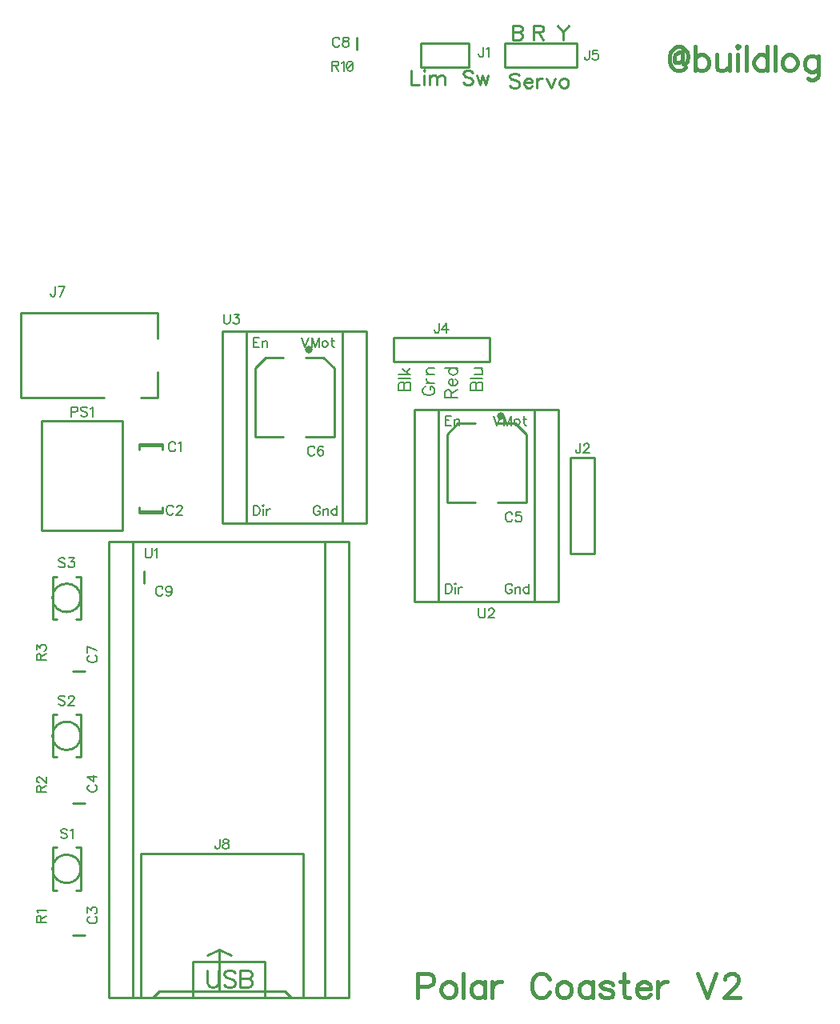
<source format=gbr>
G04 DipTrace 3.3.0.0*
G04 TopSilk.gbr*
%MOIN*%
G04 #@! TF.FileFunction,Legend,Top*
G04 #@! TF.Part,Single*
%ADD10C,0.009843*%
%ADD21C,0.031482*%
%ADD100C,0.006176*%
%ADD101C,0.015439*%
%ADD102C,0.009264*%
%ADD104C,0.00772*%
%ADD106C,0.010807*%
%FSLAX26Y26*%
G04*
G70*
G90*
G75*
G01*
G04 TopSilk*
%LPD*%
X844799Y2743228D2*
D10*
X943232D1*
X844799Y2750677D2*
X943232D1*
X844799D2*
Y2727118D1*
X943232Y2750677D2*
Y2727118D1*
Y2469803D2*
X844799D1*
X943232Y2462354D2*
X844799D1*
X943232D2*
Y2485913D1*
X844799Y2462354D2*
Y2485913D1*
X619587Y702656D2*
X568445D1*
X619587Y1252656D2*
X568445D1*
X2459016Y2790153D2*
Y2504909D1*
X2414136Y2835079D2*
X2459016Y2790153D1*
X2129016D2*
Y2504909D1*
X2173896Y2835079D2*
X2129016Y2790153D1*
X2341272Y2835079D2*
X2414136D1*
X2173896D2*
X2246760D1*
X2341272Y2504909D2*
X2459016D1*
X2129016D2*
X2246760D1*
D21*
X2353053Y2866849D3*
X1659016Y3065153D2*
D10*
Y2779909D1*
X1614136Y3110079D2*
X1659016Y3065153D1*
X1329016D2*
Y2779909D1*
X1373896Y3110079D2*
X1329016Y3065153D1*
X1541272Y3110079D2*
X1614136D1*
X1373896D2*
X1446760D1*
X1541272Y2779909D2*
X1659016D1*
X1329016D2*
X1446760D1*
D21*
X1553053Y3141849D3*
X619587Y1802853D2*
D10*
X568445D1*
X1752853Y4393445D2*
Y4444587D1*
X2219016Y4319016D2*
Y4419016D1*
X2019016Y4319016D2*
X2219016D1*
X2019016D2*
Y4419016D1*
X2219016D1*
X2644016Y2294016D2*
X2744016D1*
X2644016Y2694016D2*
Y2294016D1*
X2744016Y2694016D2*
Y2294016D1*
X2644016Y2694016D2*
X2744016D1*
X2306516Y3094016D2*
Y3194016D1*
X1906516Y3094016D2*
X2306516D1*
X1906516Y3194016D2*
X2306516D1*
X1906516Y3094016D2*
Y3194016D1*
X2668997Y4319011D2*
X2369035D1*
Y4419016D1*
X2668997D1*
Y4319011D1*
X699112Y2941831D2*
X354646D1*
Y3296173D1*
X358581D1*
X354646D2*
X921580D1*
Y3189878D1*
Y3048165D2*
Y2941831D1*
X852652D1*
X904269Y444606D2*
X929244Y469626D1*
X854252Y444606D2*
X1529252D1*
Y1044606D1*
X854252D1*
Y444606D1*
X929244Y469626D2*
X1454259D1*
X1479234Y444606D1*
X1179264Y469626D2*
Y644586D1*
X1129247Y619626D1*
X1179264Y644586D2*
X1229282Y619626D1*
X774921Y2845394D2*
X440276D1*
Y2388701D1*
X774921D1*
Y2845394D1*
X583382Y1068033D2*
X603071D1*
Y890864D1*
X583382D1*
X504650Y1068033D2*
X484961D1*
Y890864D1*
X504650D1*
X484961Y979449D2*
G02X484961Y979449I59055J0D01*
G01*
X583382Y1622167D2*
X603071D1*
Y1444998D1*
X583382D1*
X504650Y1622167D2*
X484961D1*
Y1444998D1*
X504650D1*
X484961Y1533583D2*
G02X484961Y1533583I59055J0D01*
G01*
X583382Y2197167D2*
X603071D1*
Y2019998D1*
X583382D1*
X504650Y2197167D2*
X484961D1*
Y2019998D1*
X504650D1*
X484961Y2108583D2*
G02X484961Y2108583I59055J0D01*
G01*
X719016Y2344016D2*
X1718988D1*
Y444016D1*
X719016D1*
Y2344016D1*
X819024D2*
Y444016D1*
X1618980Y2344016D2*
Y444016D1*
X1069044Y593926D2*
X1369068D1*
Y444016D1*
X1069044D1*
Y593926D1*
X1994016Y2894016D2*
X2094036D1*
Y2094016D1*
X1994016D1*
Y2894016D1*
X2493996D2*
X2594016D1*
Y2094016D1*
X2493996D1*
Y2894016D1*
X2094036D2*
X2493996D1*
Y2094016D1*
X2094036D1*
Y2894016D1*
X1194016Y3219016D2*
X1294036D1*
Y2419016D1*
X1194016D1*
Y3219016D1*
X1693996D2*
X1794016D1*
Y2419016D1*
X1693996D1*
Y3219016D1*
X1294036D2*
X1693996D1*
Y2419016D1*
X1294036D1*
Y3219016D1*
X865156Y2168445D2*
Y2219587D1*
X997391Y2749540D2*
D100*
X995489Y2753342D1*
X991643Y2757189D1*
X987840Y2759090D1*
X980191D1*
X976344Y2757189D1*
X972541Y2753342D1*
X970596Y2749540D1*
X968695Y2743792D1*
Y2734197D1*
X970596Y2728493D1*
X972541Y2724646D1*
X976344Y2720844D1*
X980191Y2718898D1*
X987840D1*
X991643Y2720844D1*
X995489Y2724646D1*
X997391Y2728493D1*
X1009742Y2751397D2*
X1013589Y2753342D1*
X1019337Y2759046D1*
Y2718898D1*
X988791Y2484776D2*
X986889Y2488578D1*
X983043Y2492425D1*
X979240Y2494326D1*
X971591D1*
X967744Y2492425D1*
X963942Y2488578D1*
X961996Y2484776D1*
X960095Y2479028D1*
Y2469433D1*
X961996Y2463729D1*
X963942Y2459883D1*
X967744Y2456080D1*
X971591Y2454134D1*
X979240D1*
X983043Y2456080D1*
X986889Y2459883D1*
X988791Y2463729D1*
X1003088Y2484732D2*
Y2486633D1*
X1004989Y2490480D1*
X1006890Y2492381D1*
X1010737Y2494282D1*
X1018386D1*
X1022189Y2492381D1*
X1024090Y2490480D1*
X1026035Y2486633D1*
Y2482830D1*
X1024090Y2478984D1*
X1020287Y2473280D1*
X1001142Y2454134D1*
X1027937D1*
X640460Y780808D2*
X636658Y778907D1*
X632811Y775060D1*
X630910Y771257D1*
Y763608D1*
X632811Y759761D1*
X636658Y755959D1*
X640460Y754013D1*
X646208Y752112D1*
X655803D1*
X661507Y754013D1*
X665354Y755959D1*
X669156Y759761D1*
X671102Y763608D1*
Y771257D1*
X669156Y775060D1*
X665354Y778907D1*
X661507Y780808D1*
X630954Y797006D2*
Y818008D1*
X646253Y806557D1*
Y812305D1*
X648154Y816107D1*
X650055Y818008D1*
X655803Y819954D1*
X659606D1*
X665354Y818008D1*
X669200Y814206D1*
X671102Y808458D1*
Y802710D1*
X669201Y797006D1*
X667255Y795105D1*
X663452Y793159D1*
X640460Y1329857D2*
X636658Y1327956D1*
X632811Y1324109D1*
X630910Y1320307D1*
Y1312657D1*
X632811Y1308811D1*
X636658Y1305008D1*
X640460Y1303063D1*
X646208Y1301161D1*
X655803D1*
X661507Y1303063D1*
X665354Y1305008D1*
X669156Y1308811D1*
X671102Y1312657D1*
Y1320307D1*
X669156Y1324109D1*
X665354Y1327956D1*
X661507Y1329857D1*
X671102Y1361354D2*
X630954D1*
X657704Y1342209D1*
Y1370904D1*
X2401291Y2456626D2*
X2399389Y2460429D1*
X2395543Y2464276D1*
X2391740Y2466177D1*
X2384091D1*
X2380244Y2464276D1*
X2376442Y2460429D1*
X2374496Y2456626D1*
X2372595Y2450878D1*
Y2441283D1*
X2374496Y2435580D1*
X2376442Y2431733D1*
X2380244Y2427930D1*
X2384091Y2425985D1*
X2391740D1*
X2395543Y2427930D1*
X2399389Y2431733D1*
X2401291Y2435580D1*
X2436590Y2466133D2*
X2417489D1*
X2415588Y2448933D1*
X2417489Y2450834D1*
X2423237Y2452780D1*
X2428941D1*
X2434689Y2450834D1*
X2438535Y2447032D1*
X2440437Y2441283D1*
Y2437481D1*
X2438535Y2431733D1*
X2434689Y2427886D1*
X2428941Y2425985D1*
X2423237D1*
X2417489Y2427886D1*
X2415588Y2429832D1*
X2413642Y2433634D1*
X1577263Y2731626D2*
X1575362Y2735429D1*
X1571515Y2739276D1*
X1567713Y2741177D1*
X1560064D1*
X1556217Y2739276D1*
X1552414Y2735429D1*
X1550469Y2731626D1*
X1548567Y2725878D1*
Y2716283D1*
X1550469Y2710580D1*
X1552414Y2706733D1*
X1556217Y2702930D1*
X1560064Y2700985D1*
X1567713D1*
X1571515Y2702930D1*
X1575362Y2706733D1*
X1577263Y2710580D1*
X1612563Y2735429D2*
X1610661Y2739231D1*
X1604913Y2741133D1*
X1601111D1*
X1595363Y2739231D1*
X1591516Y2733483D1*
X1589615Y2723933D1*
Y2714382D1*
X1591516Y2706733D1*
X1595363Y2702886D1*
X1601111Y2700985D1*
X1603012D1*
X1608716Y2702886D1*
X1612563Y2706733D1*
X1614464Y2712481D1*
Y2714382D1*
X1612563Y2720130D1*
X1608716Y2723933D1*
X1603012Y2725834D1*
X1601111D1*
X1595363Y2723933D1*
X1591516Y2720130D1*
X1589615Y2714382D1*
X640460Y1868505D2*
X636658Y1866603D1*
X632811Y1862757D1*
X630910Y1858954D1*
Y1851305D1*
X632811Y1847458D1*
X636658Y1843656D1*
X640460Y1841710D1*
X646208Y1839809D1*
X655803D1*
X661507Y1841710D1*
X665354Y1843656D1*
X669156Y1847458D1*
X671102Y1851305D1*
Y1858954D1*
X669156Y1862757D1*
X665354Y1866603D1*
X661507Y1868505D1*
X671102Y1888505D2*
X630954Y1907651D1*
Y1880856D1*
X1681027Y4435071D2*
X1679125Y4438874D1*
X1675279Y4442720D1*
X1671476Y4444622D1*
X1663827D1*
X1659980Y4442720D1*
X1656178Y4438874D1*
X1654232Y4435071D1*
X1652331Y4429323D1*
Y4419728D1*
X1654232Y4414025D1*
X1656178Y4410178D1*
X1659980Y4406375D1*
X1663827Y4404430D1*
X1671476D1*
X1675279Y4406375D1*
X1679125Y4410178D1*
X1681027Y4414025D1*
X1702929Y4444578D2*
X1697225Y4442676D1*
X1695279Y4438874D1*
Y4435027D1*
X1697225Y4431224D1*
X1701027Y4429279D1*
X1708677Y4427378D1*
X1714425Y4425476D1*
X1718227Y4421630D1*
X1720129Y4417827D1*
Y4412079D1*
X1718227Y4408277D1*
X1716326Y4406331D1*
X1710578Y4404430D1*
X1702929D1*
X1697225Y4406331D1*
X1695279Y4408277D1*
X1693378Y4412079D1*
Y4417827D1*
X1695279Y4421630D1*
X1699126Y4425476D1*
X1704830Y4427378D1*
X1712479Y4429279D1*
X1716326Y4431224D1*
X1718227Y4435027D1*
Y4438874D1*
X1716326Y4442676D1*
X1710578Y4444578D1*
X1702929D1*
X2280115Y4402594D2*
Y4371997D1*
X2278214Y4366249D1*
X2276269Y4364348D1*
X2272466Y4362402D1*
X2268619D1*
X2264817Y4364348D1*
X2262915Y4366249D1*
X2260970Y4371997D1*
Y4375800D1*
X2292467Y4394901D2*
X2296313Y4396846D1*
X2302062Y4402550D1*
Y4362402D1*
X2684015Y2752594D2*
Y2721997D1*
X2682114Y2716249D1*
X2680169Y2714348D1*
X2676366Y2712402D1*
X2672519D1*
X2668717Y2714348D1*
X2666816Y2716249D1*
X2664870Y2721997D1*
Y2725800D1*
X2698312Y2742999D2*
Y2744901D1*
X2700214Y2748747D1*
X2702115Y2750649D1*
X2705962Y2752550D1*
X2713611D1*
X2717413Y2750649D1*
X2719315Y2748747D1*
X2721260Y2744901D1*
Y2741098D1*
X2719315Y2737251D1*
X2715512Y2731548D1*
X2696367Y2712402D1*
X2723161D1*
X2095565Y3252594D2*
Y3221997D1*
X2093663Y3216249D1*
X2091718Y3214348D1*
X2087915Y3212402D1*
X2084069D1*
X2080266Y3214348D1*
X2078365Y3216249D1*
X2076419Y3221997D1*
Y3225800D1*
X2127062Y3212402D2*
Y3252550D1*
X2107916Y3225800D1*
X2136612D1*
X2721515Y4390094D2*
Y4359497D1*
X2719614Y4353749D1*
X2717669Y4351848D1*
X2713866Y4349902D1*
X2710019D1*
X2706217Y4351848D1*
X2704316Y4353749D1*
X2702370Y4359497D1*
Y4363300D1*
X2756815Y4390050D2*
X2737714D1*
X2735812Y4372850D1*
X2737714Y4374751D1*
X2743462Y4376697D1*
X2749165D1*
X2754913Y4374751D1*
X2758760Y4370949D1*
X2760661Y4365201D1*
Y4361398D1*
X2758760Y4355650D1*
X2754913Y4351803D1*
X2749165Y4349902D1*
X2743462D1*
X2737714Y4351803D1*
X2735812Y4353749D1*
X2733867Y4357552D1*
X496515Y3404752D2*
Y3374154D1*
X494614Y3368406D1*
X492669Y3366505D1*
X488866Y3364560D1*
X485019D1*
X481217Y3366505D1*
X479316Y3368406D1*
X477370Y3374154D1*
Y3377957D1*
X516516Y3364560D2*
X535661Y3404707D1*
X508867D1*
X1181774Y1103185D2*
Y1072588D1*
X1179872Y1066840D1*
X1177927Y1064938D1*
X1174124Y1062993D1*
X1170278D1*
X1166475Y1064938D1*
X1164574Y1066840D1*
X1162628Y1072588D1*
Y1076390D1*
X1203676Y1103141D2*
X1197972Y1101239D1*
X1196026Y1097437D1*
Y1093590D1*
X1197972Y1089787D1*
X1201774Y1087842D1*
X1209424Y1085941D1*
X1215172Y1084039D1*
X1218974Y1080193D1*
X1220876Y1076390D1*
Y1070642D1*
X1218974Y1066840D1*
X1217073Y1064894D1*
X1211325Y1062993D1*
X1203676D1*
X1197972Y1064894D1*
X1196026Y1066840D1*
X1194125Y1070642D1*
Y1076390D1*
X1196026Y1080193D1*
X1199873Y1084039D1*
X1205577Y1085941D1*
X1213226Y1087842D1*
X1217073Y1089787D1*
X1218974Y1093590D1*
Y1097437D1*
X1217073Y1101239D1*
X1211325Y1103141D1*
X1203676D1*
X563655Y2882926D2*
X580899D1*
X586603Y2884827D1*
X588548Y2886772D1*
X590450Y2890575D1*
Y2896323D1*
X588548Y2900125D1*
X586603Y2902071D1*
X580899Y2903972D1*
X563655D1*
Y2863780D1*
X629596Y2898224D2*
X625793Y2902071D1*
X620045Y2903972D1*
X612396D1*
X606648Y2902071D1*
X602801Y2898224D1*
Y2894422D1*
X604747Y2890575D1*
X606648Y2888674D1*
X610450Y2886772D1*
X621946Y2882926D1*
X625793Y2881024D1*
X627694Y2879079D1*
X629596Y2875276D1*
Y2869528D1*
X625793Y2865726D1*
X620045Y2863780D1*
X612396D1*
X606648Y2865726D1*
X602801Y2869528D1*
X641947Y2896279D2*
X645794Y2898224D1*
X651542Y2903928D1*
Y2863780D1*
X437555Y757244D2*
Y774444D1*
X435610Y780192D1*
X433708Y782137D1*
X429906Y784039D1*
X426059D1*
X422257Y782137D1*
X420311Y780192D1*
X418410Y774444D1*
Y757244D1*
X458602D1*
X437555Y770641D2*
X458602Y784038D1*
X426103Y796390D2*
X424158Y800237D1*
X418454Y805985D1*
X458602D1*
X437555Y1298644D2*
Y1315844D1*
X435610Y1321592D1*
X433708Y1323537D1*
X429906Y1325439D1*
X426059D1*
X422257Y1323537D1*
X420311Y1321592D1*
X418410Y1315844D1*
Y1298644D1*
X458602D1*
X437555Y1312041D2*
X458602Y1325439D1*
X428005Y1339735D2*
X426103D1*
X422257Y1341637D1*
X420355Y1343538D1*
X418454Y1347385D1*
Y1355034D1*
X420355Y1358837D1*
X422257Y1360738D1*
X426103Y1362683D1*
X429906D1*
X433753Y1360738D1*
X439456Y1356935D1*
X458602Y1337790D1*
Y1364585D1*
X437555Y1848447D2*
Y1865647D1*
X435610Y1871395D1*
X433708Y1873340D1*
X429906Y1875242D1*
X426059D1*
X422257Y1873340D1*
X420311Y1871395D1*
X418410Y1865647D1*
Y1848447D1*
X458602D1*
X437555Y1861844D2*
X458602Y1875242D1*
X418454Y1891440D2*
Y1912442D1*
X433753Y1900990D1*
Y1906738D1*
X435654Y1910541D1*
X437555Y1912442D1*
X443303Y1914388D1*
X447106D1*
X452854Y1912442D1*
X456700Y1908640D1*
X458602Y1902892D1*
Y1897144D1*
X456701Y1891440D1*
X454755Y1889539D1*
X450952Y1887593D1*
X1649974Y4325476D2*
X1667174D1*
X1672922Y4327422D1*
X1674867Y4329323D1*
X1676769Y4333126D1*
Y4336972D1*
X1674867Y4340775D1*
X1672922Y4342720D1*
X1667174Y4344622D1*
X1649974D1*
Y4304430D1*
X1663371Y4325476D2*
X1676769Y4304430D1*
X1689120Y4336928D2*
X1692967Y4338874D1*
X1698715Y4344578D1*
Y4304430D1*
X1722562Y4344578D2*
X1716814Y4342676D1*
X1712967Y4336928D1*
X1711066Y4327378D1*
Y4321630D1*
X1712967Y4312079D1*
X1716814Y4306331D1*
X1722562Y4304430D1*
X1726365D1*
X1732113Y4306331D1*
X1735915Y4312079D1*
X1737861Y4321630D1*
Y4327378D1*
X1735915Y4336928D1*
X1732113Y4342676D1*
X1726365Y4344578D1*
X1722562D1*
X1735915Y4336928D2*
X1712967Y4312079D1*
X546440Y1140547D2*
X542637Y1144394D1*
X536889Y1146295D1*
X529240D1*
X523492Y1144394D1*
X519645Y1140547D1*
Y1136744D1*
X521591Y1132898D1*
X523492Y1130996D1*
X527295Y1129095D1*
X538791Y1125248D1*
X542637Y1123347D1*
X544539Y1121402D1*
X546440Y1117599D1*
Y1111851D1*
X542637Y1108048D1*
X536889Y1106103D1*
X529240D1*
X523492Y1108048D1*
X519645Y1111851D1*
X558791Y1138601D2*
X562638Y1140547D1*
X568386Y1146251D1*
Y1106103D1*
X537840Y1694681D2*
X534038Y1698528D1*
X528289Y1700429D1*
X520640D1*
X514892Y1698528D1*
X511045Y1694681D1*
Y1690878D1*
X512991Y1687032D1*
X514892Y1685130D1*
X518695Y1683229D1*
X530191Y1679382D1*
X534038Y1677481D1*
X535939Y1675535D1*
X537840Y1671733D1*
Y1665985D1*
X534038Y1662182D1*
X528289Y1660237D1*
X520640D1*
X514892Y1662182D1*
X511045Y1665985D1*
X552137Y1690834D2*
Y1692735D1*
X554038Y1696582D1*
X555939Y1698483D1*
X559786Y1700385D1*
X567436D1*
X571238Y1698483D1*
X573139Y1696582D1*
X575085Y1692735D1*
Y1688933D1*
X573139Y1685086D1*
X569337Y1679382D1*
X550191Y1660237D1*
X576986D1*
X537840Y2269681D2*
X534038Y2273528D1*
X528289Y2275429D1*
X520640D1*
X514892Y2273528D1*
X511045Y2269681D1*
Y2265878D1*
X512991Y2262032D1*
X514892Y2260130D1*
X518695Y2258229D1*
X530191Y2254382D1*
X534038Y2252481D1*
X535939Y2250535D1*
X537840Y2246733D1*
Y2240985D1*
X534038Y2237182D1*
X528289Y2235237D1*
X520640D1*
X514892Y2237182D1*
X511045Y2240985D1*
X554038Y2275385D2*
X575041D1*
X563589Y2260086D1*
X569337D1*
X573139Y2258185D1*
X575041Y2256283D1*
X576986Y2250535D1*
Y2246733D1*
X575041Y2240985D1*
X571238Y2237138D1*
X565490Y2235237D1*
X559742D1*
X554038Y2237138D1*
X552137Y2239084D1*
X550191Y2242886D1*
X872145Y2315094D2*
Y2286398D1*
X874047Y2280650D1*
X877893Y2276848D1*
X883641Y2274902D1*
X887444D1*
X893192Y2276848D1*
X897039Y2280650D1*
X898940Y2286398D1*
Y2315094D1*
X911291Y2307401D2*
X915138Y2309346D1*
X920886Y2315050D1*
Y2274902D1*
X2261045Y2065094D2*
Y2036398D1*
X2262947Y2030650D1*
X2266793Y2026848D1*
X2272541Y2024902D1*
X2276344D1*
X2282092Y2026848D1*
X2285939Y2030650D1*
X2287840Y2036398D1*
Y2065094D1*
X2302137Y2055499D2*
Y2057401D1*
X2304038Y2061247D1*
X2305939Y2063149D1*
X2309786Y2065050D1*
X2317436D1*
X2321238Y2063149D1*
X2323139Y2061247D1*
X2325085Y2057401D1*
Y2053598D1*
X2323139Y2049751D1*
X2319337Y2044048D1*
X2300191Y2024902D1*
X2326986D1*
X1198545Y3290094D2*
Y3261398D1*
X1200447Y3255650D1*
X1204293Y3251848D1*
X1210041Y3249902D1*
X1213844D1*
X1219592Y3251848D1*
X1223439Y3255650D1*
X1225340Y3261398D1*
Y3290094D1*
X1241538Y3290050D2*
X1262541D1*
X1251089Y3274751D1*
X1256837D1*
X1260639Y3272850D1*
X1262541Y3270949D1*
X1264486Y3265201D1*
Y3261398D1*
X1262541Y3255650D1*
X1258738Y3251803D1*
X1252990Y3249902D1*
X1247242D1*
X1241538Y3251803D1*
X1239637Y3253749D1*
X1237691Y3257552D1*
X944258Y2147571D2*
X942357Y2151374D1*
X938510Y2155220D1*
X934708Y2157122D1*
X927059D1*
X923212Y2155220D1*
X919409Y2151374D1*
X917464Y2147571D1*
X915562Y2141823D1*
Y2132228D1*
X917464Y2126525D1*
X919409Y2122678D1*
X923212Y2118875D1*
X927059Y2116930D1*
X934708D1*
X938510Y2118875D1*
X942357Y2122678D1*
X944258Y2126525D1*
X981503Y2143724D2*
X979558Y2137976D1*
X975755Y2134130D1*
X970007Y2132228D1*
X968106D1*
X962358Y2134130D1*
X958555Y2137976D1*
X956610Y2143724D1*
Y2145626D1*
X958555Y2151374D1*
X962358Y2155176D1*
X968106Y2157078D1*
X970007D1*
X975755Y2155176D1*
X979558Y2151374D1*
X981503Y2143724D1*
Y2134130D1*
X979558Y2124579D1*
X975755Y2118831D1*
X970007Y2116930D1*
X966205D1*
X960457Y2118831D1*
X958555Y2122678D1*
X3109133Y4381331D2*
D101*
X3094763D1*
X3085256Y4376577D1*
X3080393Y4371824D1*
X3075639Y4362207D1*
Y4343084D1*
X3080393Y4338331D1*
X3090010D1*
X3109133Y4343084D1*
X3113886Y4333578D1*
X3118639D1*
X3128256Y4343084D1*
X3133009Y4366960D1*
X3128256Y4381331D1*
X3123503Y4390947D1*
X3113886Y4400454D1*
X3104380Y4405207D1*
X3085256D1*
X3075639Y4400454D1*
X3066133Y4390947D1*
X3061269Y4381331D1*
X3056516Y4366960D1*
Y4343084D1*
X3061269Y4328714D1*
X3066133Y4319208D1*
X3075639Y4309591D1*
X3085256Y4304838D1*
X3104380D1*
X3113886Y4309591D1*
X3123503Y4319208D1*
X3109133Y4386084D2*
Y4343084D1*
X3163888Y4405318D2*
Y4304838D1*
Y4357454D2*
X3173505Y4367071D1*
X3183011Y4371824D1*
X3197381D1*
X3206887Y4367071D1*
X3216504Y4357454D1*
X3221258Y4343084D1*
Y4333578D1*
X3216504Y4319208D1*
X3206887Y4309701D1*
X3197381Y4304838D1*
X3183011D1*
X3173505Y4309701D1*
X3163888Y4319208D1*
X3252136Y4371824D2*
Y4323961D1*
X3256889Y4309701D1*
X3266506Y4304838D1*
X3280876D1*
X3290383Y4309701D1*
X3304753Y4323961D1*
Y4371824D2*
Y4304838D1*
X3335631Y4405318D2*
X3340384Y4400564D1*
X3345248Y4405318D1*
X3340384Y4410181D1*
X3335631Y4405318D1*
X3340384Y4371824D2*
Y4304838D1*
X3376126Y4405318D2*
Y4304838D1*
X3464375Y4405318D2*
Y4304838D1*
Y4357454D2*
X3454868Y4367071D1*
X3445251Y4371824D1*
X3430881D1*
X3421375Y4367071D1*
X3411758Y4357454D1*
X3407005Y4343084D1*
Y4333578D1*
X3411758Y4319208D1*
X3421375Y4309701D1*
X3430881Y4304838D1*
X3445251D1*
X3454868Y4309701D1*
X3464375Y4319208D1*
X3495253Y4405318D2*
Y4304838D1*
X3550008Y4371824D2*
X3540502Y4367071D1*
X3530885Y4357454D1*
X3526132Y4343084D1*
Y4333578D1*
X3530885Y4319208D1*
X3540502Y4309701D1*
X3550008Y4304838D1*
X3564378D1*
X3573995Y4309701D1*
X3583502Y4319208D1*
X3588365Y4333578D1*
Y4343084D1*
X3583502Y4357454D1*
X3573995Y4367071D1*
X3564378Y4371824D1*
X3550008D1*
X3676614Y4367071D2*
Y4290467D1*
X3671860Y4276208D1*
X3667107Y4271344D1*
X3657490Y4266591D1*
X3643120D1*
X3633614Y4271344D1*
X3676614Y4352701D2*
X3667107Y4362207D1*
X3657490Y4367071D1*
X3643120D1*
X3633614Y4362207D1*
X3623997Y4352701D1*
X3619244Y4338331D1*
Y4328714D1*
X3623997Y4314454D1*
X3633614Y4304838D1*
X3643120Y4300084D1*
X3657490D1*
X3667107Y4304838D1*
X3676614Y4314454D1*
X2006516Y490201D2*
X2049626D1*
X2063886Y494955D1*
X2068749Y499818D1*
X2073502Y509325D1*
Y523695D1*
X2068749Y533201D1*
X2063886Y538065D1*
X2049626Y542818D1*
X2006516D1*
Y442338D1*
X2128257Y509325D2*
X2118751Y504571D1*
X2109134Y494955D1*
X2104381Y480584D1*
Y471078D1*
X2109134Y456708D1*
X2118751Y447202D1*
X2128257Y442338D1*
X2142627D1*
X2152244Y447202D1*
X2161751Y456708D1*
X2166614Y471078D1*
Y480584D1*
X2161751Y494955D1*
X2152244Y504571D1*
X2142627Y509325D1*
X2128257D1*
X2197493Y542818D2*
Y442338D1*
X2285741Y509325D2*
Y442338D1*
Y494955D2*
X2276235Y504571D1*
X2266618Y509325D1*
X2252358D1*
X2242741Y504571D1*
X2233235Y494955D1*
X2228371Y480584D1*
Y471078D1*
X2233235Y456708D1*
X2242741Y447202D1*
X2252358Y442338D1*
X2266618D1*
X2276235Y447202D1*
X2285741Y456708D1*
X2316620Y509325D2*
Y442338D1*
Y480584D2*
X2321483Y494955D1*
X2330990Y504571D1*
X2340607Y509325D1*
X2354977D1*
X2554797Y518942D2*
X2550044Y528448D1*
X2540427Y538065D1*
X2530921Y542818D1*
X2511797D1*
X2502180Y538065D1*
X2492674Y528448D1*
X2487810Y518942D1*
X2483057Y504571D1*
Y480584D1*
X2487810Y466325D1*
X2492674Y456708D1*
X2502180Y447202D1*
X2511797Y442338D1*
X2530921D1*
X2540427Y447202D1*
X2550044Y456708D1*
X2554797Y466325D1*
X2609552Y509325D2*
X2600046Y504571D1*
X2590429Y494955D1*
X2585675Y480584D1*
Y471078D1*
X2590429Y456708D1*
X2600046Y447202D1*
X2609552Y442338D1*
X2623922D1*
X2633539Y447202D1*
X2643045Y456708D1*
X2647909Y471078D1*
Y480584D1*
X2643045Y494955D1*
X2633539Y504571D1*
X2623922Y509325D1*
X2609552D1*
X2736157D2*
Y442338D1*
Y494955D2*
X2726651Y504571D1*
X2717034Y509325D1*
X2702774D1*
X2693158Y504571D1*
X2683651Y494955D1*
X2678787Y480584D1*
Y471078D1*
X2683651Y456708D1*
X2693158Y447202D1*
X2702774Y442338D1*
X2717034D1*
X2726651Y447202D1*
X2736157Y456708D1*
X2819652Y494955D2*
X2814899Y504571D1*
X2800529Y509325D1*
X2786159D1*
X2771789Y504571D1*
X2767036Y494955D1*
X2771789Y485448D1*
X2781406Y480584D1*
X2805282Y475831D1*
X2814899Y471078D1*
X2819652Y461461D1*
Y456708D1*
X2814899Y447202D1*
X2800529Y442338D1*
X2786159D1*
X2771789Y447202D1*
X2767036Y456708D1*
X2864901Y542818D2*
Y461461D1*
X2869654Y447202D1*
X2879271Y442338D1*
X2888777D1*
X2850531Y509325D2*
X2884024D1*
X2919656Y480584D2*
X2977026D1*
Y490201D1*
X2972272Y499818D1*
X2967519Y504571D1*
X2957902Y509325D1*
X2943532D1*
X2934026Y504571D1*
X2924409Y494955D1*
X2919656Y480584D1*
Y471078D1*
X2924409Y456708D1*
X2934026Y447202D1*
X2943532Y442338D1*
X2957902D1*
X2967519Y447202D1*
X2977026Y456708D1*
X3007904Y509325D2*
Y442338D1*
Y480584D2*
X3012768Y494955D1*
X3022274Y504571D1*
X3031891Y509325D1*
X3046261D1*
X3174342Y542818D2*
X3212588Y442338D1*
X3250835Y542818D1*
X3286577Y518831D2*
Y523584D1*
X3291330Y533201D1*
X3296083Y537954D1*
X3305700Y542707D1*
X3324823D1*
X3334330Y537954D1*
X3339083Y533201D1*
X3343947Y523584D1*
Y514078D1*
X3339083Y504461D1*
X3329577Y490201D1*
X3281713Y442338D1*
X3348700D1*
X1978428Y4306384D2*
D102*
Y4246096D1*
X2012850D1*
X2031377Y4306384D2*
X2034229Y4303533D1*
X2037147Y4306384D1*
X2034229Y4309303D1*
X2031377Y4306384D1*
X2034229Y4286288D2*
Y4246096D1*
X2055675Y4286288D2*
Y4246096D1*
Y4274815D2*
X2064297Y4283437D1*
X2070067Y4286288D1*
X2078622D1*
X2084393Y4283437D1*
X2087245Y4274815D1*
Y4246096D1*
Y4274815D2*
X2095867Y4283437D1*
X2101637Y4286288D1*
X2110192D1*
X2115963Y4283437D1*
X2118881Y4274815D1*
Y4246096D1*
X2235921Y4297762D2*
X2230217Y4303533D1*
X2221595Y4306384D1*
X2210121D1*
X2201499Y4303533D1*
X2195729Y4297762D1*
Y4292059D1*
X2198647Y4286288D1*
X2201499Y4283437D1*
X2207203Y4280585D1*
X2224447Y4274815D1*
X2230217Y4271963D1*
X2233069Y4269044D1*
X2235921Y4263341D1*
Y4254719D1*
X2230217Y4249015D1*
X2221595Y4246096D1*
X2210121D1*
X2201499Y4249015D1*
X2195729Y4254719D1*
X2254448Y4286288D2*
X2265922Y4246096D1*
X2277396Y4286288D1*
X2288870Y4246096D1*
X2300344Y4286288D1*
X2431120Y4285262D2*
X2425417Y4291033D1*
X2416795Y4293884D1*
X2405321D1*
X2396699Y4291033D1*
X2390928Y4285262D1*
Y4279559D1*
X2393847Y4273788D1*
X2396699Y4270937D1*
X2402402Y4268085D1*
X2419646Y4262315D1*
X2425417Y4259463D1*
X2428268Y4256544D1*
X2431120Y4250841D1*
Y4242219D1*
X2425417Y4236515D1*
X2416795Y4233596D1*
X2405321D1*
X2396699Y4236515D1*
X2390928Y4242219D1*
X2449647Y4256544D2*
X2484069D1*
Y4262315D1*
X2481217Y4268085D1*
X2478366Y4270937D1*
X2472595Y4273788D1*
X2463973D1*
X2458270Y4270937D1*
X2452499Y4265166D1*
X2449647Y4256544D1*
Y4250841D1*
X2452499Y4242219D1*
X2458270Y4236515D1*
X2463973Y4233596D1*
X2472595D1*
X2478366Y4236515D1*
X2484069Y4242219D1*
X2502596Y4273788D2*
Y4233596D1*
Y4256544D2*
X2505515Y4265166D1*
X2511218Y4270937D1*
X2516989Y4273788D1*
X2525611D1*
X2544138D2*
X2561382Y4233596D1*
X2578560Y4273788D1*
X2611413D2*
X2605709Y4270937D1*
X2599939Y4265166D1*
X2597087Y4256544D1*
Y4250841D1*
X2599939Y4242219D1*
X2605709Y4236515D1*
X2611413Y4233596D1*
X2620035D1*
X2625805Y4236515D1*
X2631509Y4242219D1*
X2634427Y4250841D1*
Y4256544D1*
X2631509Y4265166D1*
X2625805Y4270937D1*
X2620035Y4273788D1*
X2611413D1*
X2403428Y4493884D2*
Y4433596D1*
X2429295D1*
X2437917Y4436515D1*
X2440768Y4439367D1*
X2443620Y4445070D1*
Y4453692D1*
X2440768Y4459463D1*
X2437917Y4462315D1*
X2429295Y4465166D1*
X2437917Y4468085D1*
X2440768Y4470937D1*
X2443620Y4476640D1*
Y4482411D1*
X2440768Y4488114D1*
X2437917Y4491033D1*
X2429295Y4493884D1*
X2403428D1*
Y4465166D2*
X2429295D1*
X2490928D2*
X2516728D1*
X2525350Y4468085D1*
X2528268Y4470937D1*
X2531120Y4476640D1*
Y4482411D1*
X2528268Y4488114D1*
X2525350Y4491033D1*
X2516728Y4493884D1*
X2490928D1*
Y4433596D1*
X2511024Y4465166D2*
X2531120Y4433596D1*
X2590928Y4493884D2*
X2613876Y4465166D1*
Y4433596D1*
X2636824Y4493884D2*
X2613876Y4465166D1*
X2038858Y2988427D2*
D104*
X2034105Y2986051D1*
X2029297Y2981242D1*
X2026920Y2976489D1*
Y2966928D1*
X2029297Y2962119D1*
X2034105Y2957366D1*
X2038858Y2954934D1*
X2046043Y2952557D1*
X2058037D1*
X2065167Y2954934D1*
X2069975Y2957366D1*
X2074728Y2962119D1*
X2077160Y2966927D1*
Y2976489D1*
X2074728Y2981242D1*
X2069975Y2986051D1*
X2065167Y2988427D1*
X2058037D1*
Y2976489D1*
X2043667Y3003867D2*
X2077160D1*
X2058037D2*
X2050852Y3006298D1*
X2046043Y3011052D1*
X2043667Y3015860D1*
Y3023045D1*
Y3038484D2*
X2077160D1*
X2053228D2*
X2046043Y3045669D1*
X2043667Y3050478D1*
Y3057608D1*
X2046043Y3062416D1*
X2053228Y3064793D1*
X2077160D1*
X1927353Y2974113D2*
X1977593D1*
Y2995668D1*
X1975161Y3002853D1*
X1972785Y3005229D1*
X1968031Y3007606D1*
X1960846D1*
X1956038Y3005229D1*
X1953661Y3002853D1*
X1951285Y2995668D1*
X1948853Y3002853D1*
X1946476Y3005229D1*
X1941723Y3007606D1*
X1936915D1*
X1932162Y3005229D1*
X1929730Y3002853D1*
X1927353Y2995668D1*
Y2974113D1*
X1951285D2*
Y2995668D1*
X1927353Y3023045D2*
X1977593D1*
X1927353Y3038484D2*
X1977593D1*
X1944100Y3062416D2*
X1968031Y3038484D1*
X1958470Y3048046D2*
X1977593Y3064793D1*
X2145148Y2943051D2*
Y2964551D1*
X2142716Y2971736D1*
X2140339Y2974168D1*
X2135586Y2976544D1*
X2130778D1*
X2126024Y2974168D1*
X2123593Y2971736D1*
X2121216Y2964551D1*
Y2943051D1*
X2171456D1*
X2145148Y2959798D2*
X2171456Y2976544D1*
X2152333Y2991984D2*
Y3020668D1*
X2147524D1*
X2142716Y3018292D1*
X2140339Y3015915D1*
X2137963Y3011107D1*
Y3003922D1*
X2140339Y2999169D1*
X2145148Y2994360D1*
X2152333Y2991984D1*
X2157086D1*
X2164271Y2994360D1*
X2169024Y2999169D1*
X2171456Y3003922D1*
Y3011107D1*
X2169024Y3015915D1*
X2164271Y3020668D1*
X2121216Y3064793D2*
X2171456D1*
X2145148D2*
X2140339Y3060039D1*
X2137963Y3055231D1*
Y3048046D1*
X2140339Y3043293D1*
X2145148Y3038484D1*
X2152333Y3036108D1*
X2157086D1*
X2164271Y3038484D1*
X2169024Y3043293D1*
X2171456Y3048046D1*
Y3055231D1*
X2169024Y3060039D1*
X2164271Y3064793D1*
X2227353Y2974113D2*
X2277593D1*
Y2995668D1*
X2275161Y3002853D1*
X2272785Y3005229D1*
X2268031Y3007606D1*
X2260846D1*
X2256038Y3005229D1*
X2253661Y3002853D1*
X2251285Y2995668D1*
X2248853Y3002853D1*
X2246476Y3005229D1*
X2241723Y3007606D1*
X2236915D1*
X2232162Y3005229D1*
X2229730Y3002853D1*
X2227353Y2995668D1*
Y2974113D1*
X2251285D2*
Y2995668D1*
X2227353Y3023045D2*
X2277593D1*
X2244100Y3038484D2*
X2268031D1*
X2275161Y3040861D1*
X2277593Y3045669D1*
Y3052854D1*
X2275161Y3057608D1*
X2268031Y3064793D1*
X2244100D2*
X2277593D1*
X1130823Y557834D2*
D106*
Y507616D1*
X1134151Y497557D1*
X1140883Y490902D1*
X1150942Y487498D1*
X1157596D1*
X1167655Y490902D1*
X1174387Y497557D1*
X1177714Y507616D1*
Y557834D1*
X1246220Y547775D2*
X1239565Y554506D1*
X1229506Y557834D1*
X1216120D1*
X1206061Y554506D1*
X1199329Y547775D1*
Y541120D1*
X1202734Y534388D1*
X1206061Y531061D1*
X1212715Y527734D1*
X1232833Y521002D1*
X1239565Y517675D1*
X1242893Y514270D1*
X1246220Y507616D1*
Y497557D1*
X1239565Y490902D1*
X1229506Y487498D1*
X1216120D1*
X1206061Y490902D1*
X1199329Y497557D1*
X1267835Y557834D2*
Y487498D1*
X1298012D1*
X1308071Y490902D1*
X1311398Y494229D1*
X1314725Y500884D1*
Y510943D1*
X1311398Y517675D1*
X1308071Y521002D1*
X1298012Y524329D1*
X1308071Y527734D1*
X1311398Y531061D1*
X1314725Y537715D1*
Y544447D1*
X1311398Y551102D1*
X1308071Y554506D1*
X1298012Y557834D1*
X1267835D1*
Y524329D2*
X1298012D1*
X2322124Y2867969D2*
D100*
X2337422Y2827777D1*
X2352721Y2867969D1*
X2395669Y2827777D2*
Y2867969D1*
X2380371Y2827777D1*
X2365072Y2867969D1*
Y2827777D1*
X2417571Y2854571D2*
X2413769Y2852670D1*
X2409922Y2848823D1*
X2408021Y2843075D1*
Y2839273D1*
X2409922Y2833525D1*
X2413769Y2829722D1*
X2417571Y2827777D1*
X2423319D1*
X2427166Y2829722D1*
X2430969Y2833525D1*
X2432914Y2839273D1*
Y2843075D1*
X2430969Y2848823D1*
X2427166Y2852670D1*
X2423319Y2854571D1*
X2417571D1*
X2451014Y2867969D2*
Y2835426D1*
X2452915Y2829722D1*
X2456762Y2827777D1*
X2460564D1*
X2445266Y2854571D2*
X2458663D1*
X2400800Y2158418D2*
X2398898Y2162221D1*
X2395052Y2166068D1*
X2391249Y2167969D1*
X2383600D1*
X2379753Y2166068D1*
X2375950Y2162221D1*
X2374005Y2158418D1*
X2372104Y2152670D1*
Y2143075D1*
X2374005Y2137372D1*
X2375950Y2133525D1*
X2379753Y2129722D1*
X2383600Y2127777D1*
X2391249D1*
X2395052Y2129722D1*
X2398898Y2133525D1*
X2400800Y2137372D1*
Y2143075D1*
X2391249D1*
X2413151Y2154571D2*
Y2127777D1*
Y2146922D2*
X2418899Y2152670D1*
X2422746Y2154571D1*
X2428450D1*
X2432296Y2152670D1*
X2434198Y2146922D1*
Y2127777D1*
X2469497Y2167969D2*
Y2127777D1*
Y2148823D2*
X2465694Y2152670D1*
X2461848Y2154571D1*
X2456100D1*
X2452297Y2152670D1*
X2448450Y2148823D1*
X2446549Y2143075D1*
Y2139273D1*
X2448450Y2133525D1*
X2452297Y2129722D1*
X2456100Y2127777D1*
X2461848D1*
X2465694Y2129722D1*
X2469497Y2133525D1*
X2146933Y2867969D2*
X2122084D1*
Y2827777D1*
X2146933D1*
X2122084Y2848823D2*
X2137382D1*
X2159284Y2854571D2*
Y2827777D1*
Y2846922D2*
X2165032Y2852670D1*
X2168879Y2854571D1*
X2174583D1*
X2178430Y2852670D1*
X2180331Y2846922D1*
Y2827777D1*
X2122084Y2167969D2*
Y2127777D1*
X2135481D1*
X2141229Y2129722D1*
X2145076Y2133525D1*
X2146977Y2137372D1*
X2148878Y2143075D1*
Y2152670D1*
X2146977Y2158418D1*
X2145076Y2162221D1*
X2141229Y2166068D1*
X2135481Y2167969D1*
X2122084D1*
X2161230D2*
X2163131Y2166068D1*
X2165076Y2167969D1*
X2163131Y2169914D1*
X2161230Y2167969D1*
X2163131Y2154571D2*
Y2127777D1*
X2177428Y2154571D2*
Y2127777D1*
Y2143075D2*
X2179373Y2148823D1*
X2183176Y2152670D1*
X2187023Y2154571D1*
X2192771D1*
X1522124Y3192969D2*
X1537422Y3152777D1*
X1552721Y3192969D1*
X1595669Y3152777D2*
Y3192969D1*
X1580371Y3152777D1*
X1565072Y3192969D1*
Y3152777D1*
X1617571Y3179571D2*
X1613769Y3177670D1*
X1609922Y3173823D1*
X1608021Y3168075D1*
Y3164273D1*
X1609922Y3158525D1*
X1613769Y3154722D1*
X1617571Y3152777D1*
X1623319D1*
X1627166Y3154722D1*
X1630969Y3158525D1*
X1632914Y3164273D1*
Y3168075D1*
X1630969Y3173823D1*
X1627166Y3177670D1*
X1623319Y3179571D1*
X1617571D1*
X1651014Y3192969D2*
Y3160426D1*
X1652915Y3154722D1*
X1656762Y3152777D1*
X1660564D1*
X1645266Y3179571D2*
X1658663D1*
X1600800Y2483418D2*
X1598898Y2487221D1*
X1595052Y2491068D1*
X1591249Y2492969D1*
X1583600D1*
X1579753Y2491068D1*
X1575950Y2487221D1*
X1574005Y2483418D1*
X1572104Y2477670D1*
Y2468075D1*
X1574005Y2462372D1*
X1575950Y2458525D1*
X1579753Y2454722D1*
X1583600Y2452777D1*
X1591249D1*
X1595052Y2454722D1*
X1598898Y2458525D1*
X1600800Y2462372D1*
Y2468075D1*
X1591249D1*
X1613151Y2479571D2*
Y2452777D1*
Y2471922D2*
X1618899Y2477670D1*
X1622746Y2479571D1*
X1628450D1*
X1632296Y2477670D1*
X1634198Y2471922D1*
Y2452777D1*
X1669497Y2492969D2*
Y2452777D1*
Y2473823D2*
X1665694Y2477670D1*
X1661848Y2479571D1*
X1656100D1*
X1652297Y2477670D1*
X1648450Y2473823D1*
X1646549Y2468075D1*
Y2464273D1*
X1648450Y2458525D1*
X1652297Y2454722D1*
X1656100Y2452777D1*
X1661848D1*
X1665694Y2454722D1*
X1669497Y2458525D1*
X1346933Y3192969D2*
X1322084D1*
Y3152777D1*
X1346933D1*
X1322084Y3173823D2*
X1337382D1*
X1359284Y3179571D2*
Y3152777D1*
Y3171922D2*
X1365032Y3177670D1*
X1368879Y3179571D1*
X1374583D1*
X1378430Y3177670D1*
X1380331Y3171922D1*
Y3152777D1*
X1322084Y2492969D2*
Y2452777D1*
X1335481D1*
X1341229Y2454722D1*
X1345076Y2458525D1*
X1346977Y2462372D1*
X1348878Y2468075D1*
Y2477670D1*
X1346977Y2483418D1*
X1345076Y2487221D1*
X1341229Y2491068D1*
X1335481Y2492969D1*
X1322084D1*
X1361230D2*
X1363131Y2491068D1*
X1365076Y2492969D1*
X1363131Y2494914D1*
X1361230Y2492969D1*
X1363131Y2479571D2*
Y2452777D1*
X1377428Y2479571D2*
Y2452777D1*
Y2468075D2*
X1379373Y2473823D1*
X1383176Y2477670D1*
X1387023Y2479571D1*
X1392771D1*
M02*

</source>
